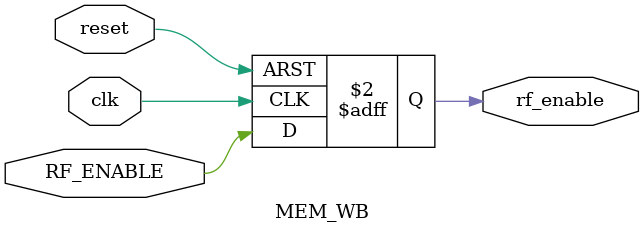
<source format=v>
module ControlUnit(
  input [31:0] instruction,
  output reg [3:0] ALU_OP,
  output reg ID_LOAD,
  output reg ID_MEM_WRITE,
  output reg [1:0] ID_AM,
  output reg STORE_CC,
  output reg ID_B,
  output reg ID_BL,
  output reg ID_MEM_SIZE,
  output reg ID_MEM_E,
  output reg RF_E
);

always @(*) begin
    // Reset control signals by default or for NOP instructions
    ALU_OP = 4'b0000;
    ID_LOAD = 0;
    ID_MEM_WRITE = 0;
    ID_AM = 2'b00;
    STORE_CC = 0;
    ID_B = 0;
    ID_BL = 0;
    ID_MEM_SIZE = 0;
    ID_MEM_E = 0;
    RF_E = 0;

    if (instruction != 32'b00000000000000000000000000000000) begin
        // Assign control signals based on instruction
        ALU_OP = instruction[24:21];
        ID_LOAD = instruction[20];
        ID_MEM_WRITE = instruction[21];
        ID_AM = instruction[26:25];
        STORE_CC = instruction[20];
        ID_B = instruction[24];
        ID_BL = instruction[27];
        ID_MEM_SIZE = instruction[22];
        ID_MEM_E = instruction[23];
        RF_E = instruction[19];
    end
end    
endmodule

module Multiplexer (
  output reg id_load, id_mem_write, store_cc, id_b, id_bl, id_mem_size, id_mem_e, rf_e,
  output reg [3:0] alu_op,
  output reg [1:0] id_am,
  input S,
  input [3:0] ALU_OP,
  input ID_LOAD, ID_MEM_WRITE, STORE_CC, ID_B, ID_BL, ID_MEM_SIZE, ID_MEM_E, RF_E,
  input [1:0] ID_AM
);

  always @ (*) begin
    if (S == 1'b0) begin
      id_load = ID_LOAD;
      id_mem_write = ID_MEM_WRITE;
      store_cc = STORE_CC;
      id_b = ID_B;
      id_bl = ID_BL;
      id_mem_size = ID_MEM_SIZE;
      id_mem_e = ID_MEM_E;
      rf_e = RF_E;
      id_am = ID_AM;
      alu_op = ALU_OP;
    end else begin
      id_load = 0;
      id_mem_write = 0;
      store_cc = 0;
      id_b = 0;
      id_bl = 0;
      id_mem_size = 0;
      id_mem_e = 0;
      rf_e = 0;
      id_am = 2'b00;
      alu_op = 4'b0000;
    end
  end
endmodule

module PC (
  input clk,                // Clock signal
  input reset,              // Reset signal to initialize PC to 0
  input E,                  // Enable signal for updating PC
  input [7:0] next_pc,      // 8-bit external incremented PC input
  output reg [7:0] pc       // 8-bit Program Counter
);

  always @(posedge clk or posedge reset) begin
    if (reset)
      pc <= 8'b0;               // Reset PC to 0
    else if (E)
      pc <= next_pc;            // Update PC from external adder result
  end
endmodule

module adder (
  input [7:0] address,       // 8-bit input address
  output [7:0] result        // 8-bit output result (address + 4)
);

  assign result = address + 8'd4;  // Increment address by 4
endmodule

module IF_ID (
    input E,
    input reset,
    input clk,
    input [31:0] instr_in,
    output reg [31:0] instr_out
);
    always @(posedge clk or posedge reset) begin
        if (reset) begin
            instr_out <= 32'b0;
        end else if (E) begin
            instr_out <= instr_in;
        end
    end
endmodule

module ID_EX (
    input clk,
    input reset,
    input [3:0] ID_ALU_OP,
    input ID_LOAD,
    input ID_MEM_WRITE,
    input ID_MEM_SIZE,
    input ID_MEM_ENABLE,
    input [1:0] ID_AM,
    input STORE_CC,
    input ID_BL,
    input ID_B,
    input RF_ENABLE,

    output reg [3:0] id_alu_op,
    output reg id_load,
    output reg id_mem_write,
    output reg id_mem_size,
    output reg id_mem_enable,
    output reg [1:0] id_am,
    output reg store_cc,
    output reg id_bl,
    output reg id_b,
    output reg rf_enable
);
    always @(posedge clk or posedge reset) begin
        if (reset) begin
            id_alu_op <= 4'b0;
            id_load <= 0;
            id_mem_write <= 0;
            id_mem_size <= 0;
            id_mem_enable <= 0;
            id_am <= 2'b0;
            store_cc <= 0;
            id_bl <= 0;
            id_b <= 0;
            rf_enable <= 0;
        end else begin
            id_alu_op <= ID_ALU_OP;
            id_load <= ID_LOAD;
            id_mem_write <= ID_MEM_WRITE;
            id_mem_size <= ID_MEM_SIZE;
            id_mem_enable <= ID_MEM_ENABLE;
            id_am <= ID_AM;
            store_cc <= STORE_CC;
            id_bl <= ID_BL;
            id_b <= ID_B;
            rf_enable <= RF_ENABLE;
        end
    end
endmodule

module EX_MEM(
    input clk,
    input reset,
    input ID_LOAD,
    input ID_MEM_WRITE,
    input ID_MEM_SIZE,
    input ID_MEM_ENABLE,
    input RF_ENABLE,

    output reg id_load,
    output reg id_mem_size,
    output reg id_mem_write,
    output reg id_mem_enable,
    output reg rf_enable
);
    always @(posedge clk or posedge reset) begin
        if (reset) begin
            id_load <= 0;
            id_mem_write <= 0;
            id_mem_size <= 0;
            id_mem_enable <= 0;
            rf_enable <= 0;
        end else begin
            id_load <= ID_LOAD;
            id_mem_write <= ID_MEM_WRITE;
            id_mem_size <= ID_MEM_SIZE;
            id_mem_enable <= ID_MEM_ENABLE;
            rf_enable <= RF_ENABLE;
        end
    end
endmodule

module MEM_WB (
    input clk,
    input reset,
    input RF_ENABLE,
    output reg rf_enable
);
    always @(posedge clk or posedge reset) begin
        if (reset) begin
            rf_enable <= 0;
        end else begin
            rf_enable <= RF_ENABLE;
        end
    end
endmodule

</source>
